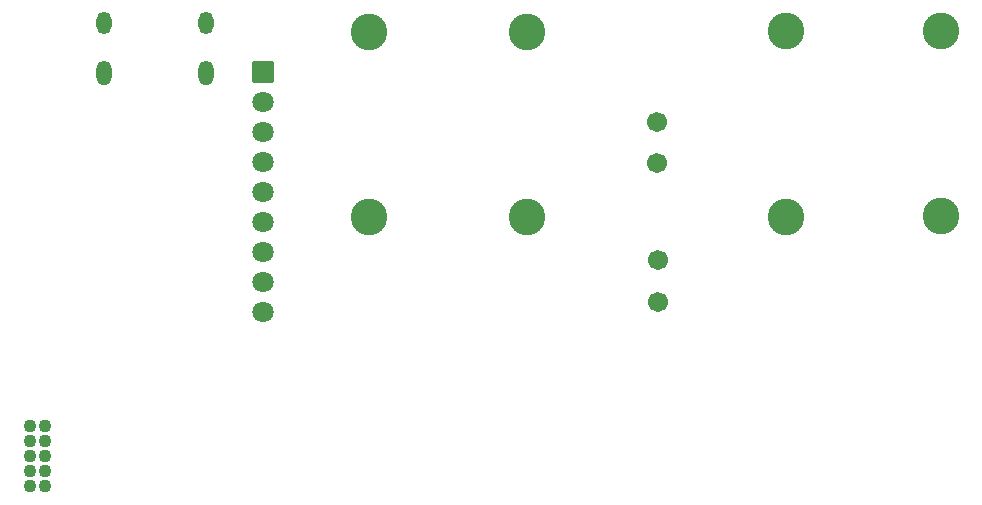
<source format=gbs>
G04 Layer: BottomSolderMaskLayer*
G04 EasyEDA Pro v2.2.45.4, 2026-02-08 12:52:01*
G04 Gerber Generator version 0.3*
G04 Scale: 100 percent, Rotated: No, Reflected: No*
G04 Dimensions in millimeters*
G04 Leading zeros omitted, absolute positions, 4 integers and 5 decimals*
G04 Generated by one-click*
%FSLAX45Y45*%
%MOMM*%
%AMRoundRect*1,1,$1,$2,$3*1,1,$1,$4,$5*1,1,$1,0-$2,0-$3*1,1,$1,0-$4,0-$5*20,1,$1,$2,$3,$4,$5,0*20,1,$1,$4,$5,0-$2,0-$3,0*20,1,$1,0-$2,0-$3,0-$4,0-$5,0*20,1,$1,0-$4,0-$5,$2,$3,0*4,1,4,$2,$3,$4,$5,0-$2,0-$3,0-$4,0-$5,$2,$3,0*%
%ADD10C,3.10159*%
%ADD11O,1.3016X1.9016*%
%ADD12O,1.3016X2.1016*%
%ADD13C,1.1016*%
%ADD14RoundRect,0.09618X-0.85271X-0.85271X-0.85271X0.85271*%
%ADD15C,1.8092*%
%ADD16C,1.8016*%
%ADD17C,1.7016*%
G75*


G04 Pad Start*
G54D10*
G01X4444979Y-244999D03*
G01X4444979Y-1815009D03*
G01X6639975Y-239999D03*
G01X6639975Y-1810009D03*
G01X3109982Y-244991D03*
G01X3109982Y-1815016D03*
G01X7949972Y-234991D03*
G01X7949972Y-1805016D03*
G54D11*
G01X862484Y-172588D03*
G54D12*
G01X862484Y-590571D03*
G01X1727507Y-590571D03*
G54D11*
G01X1727507Y-172588D03*
G54D13*
G01X363498Y-4093990D03*
G01X363498Y-3966990D03*
G01X363498Y-3839990D03*
G01X363498Y-3712990D03*
G01X363498Y-3585990D03*
G01X236498Y-4093990D03*
G01X236498Y-3966990D03*
G01X236498Y-3839990D03*
G01X236498Y-3712990D03*
G01X236498Y-3585990D03*
G54D14*
G01X2209994Y-588995D03*
G54D16*
G01X2209994Y-842995D03*
G01X2209994Y-1096995D03*
G01X2209994Y-1350995D03*
G01X2209994Y-1604995D03*
G01X2209994Y-1858995D03*
G01X2209994Y-2112995D03*
G01X2209994Y-2366995D03*
G01X2209994Y-2620995D03*
G54D17*
G01X5554987Y-2179987D03*
G01X5554987Y-2530000D03*
G01X5549987Y-1004990D03*
G01X5549987Y-1355002D03*
G04 Pad End*

M02*


</source>
